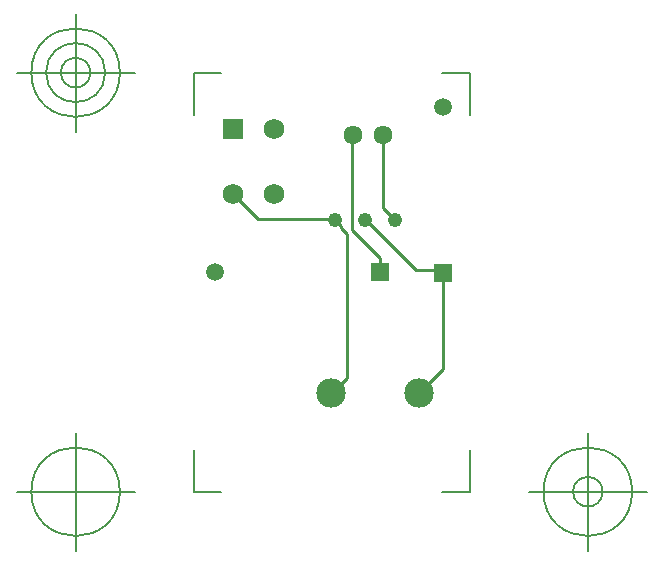
<source format=gbr>
G04 Generated by Ultiboard 14.2 *
%FSLAX34Y34*%
%MOMM*%

%ADD10C,0.0001*%
%ADD11C,0.2540*%
%ADD12C,0.1270*%
%ADD13C,1.0000*%
%ADD14C,1.6088*%
%ADD15C,2.4978*%
%ADD16C,1.2446*%
%ADD17C,1.5000*%
%ADD18R,1.5000X1.5000*%
%ADD19C,1.7526*%
%ADD20R,1.7526X1.7526*%


G04 ColorRGB 00FF00 for the following layer *
%LNCopper Top*%
%LPD*%
G54D10*
G54D11*
X208280Y751840D02*
X208280Y833120D01*
X205740Y835660D01*
X185420Y835660D01*
X142535Y878545D02*
X185420Y835660D01*
X208280Y751840D02*
X187960Y731520D01*
X30480Y900040D02*
X51680Y878840D01*
X116422Y878840D01*
X167640Y878005D02*
X157480Y888165D01*
X157480Y949960D01*
X116840Y878005D02*
X121920Y872925D01*
X121920Y871220D01*
X127000Y866140D01*
X127000Y744295D02*
X127000Y866140D01*
X127000Y744432D02*
X127000Y744295D01*
X114300Y731595D01*
X154940Y833720D02*
X154940Y845820D01*
X131747Y869013D02*
X154940Y845820D01*
X131747Y949627D02*
X131747Y869013D01*
G54D12*
X-2540Y647700D02*
X-2540Y683184D01*
X-2540Y647700D02*
X20828Y647700D01*
X231140Y647700D02*
X207772Y647700D01*
X231140Y647700D02*
X231140Y683184D01*
X231140Y1002540D02*
X231140Y967056D01*
X231140Y1002540D02*
X207772Y1002540D01*
X-2540Y1002540D02*
X20828Y1002540D01*
X-2540Y1002540D02*
X-2540Y967056D01*
X-52540Y647700D02*
X-152540Y647700D01*
X-102540Y597700D02*
X-102540Y697700D01*
X-140040Y647700D02*
G75*
D01*
G02X-140040Y647700I37500J0*
G01*
X281140Y647700D02*
X381140Y647700D01*
X331140Y597700D02*
X331140Y697700D01*
X293640Y647700D02*
G75*
D01*
G02X293640Y647700I37500J0*
G01*
X318640Y647700D02*
G75*
D01*
G02X318640Y647700I12500J0*
G01*
X-52540Y1002540D02*
X-152540Y1002540D01*
X-102540Y952540D02*
X-102540Y1052540D01*
X-140040Y1002540D02*
G75*
D01*
G02X-140040Y1002540I37500J0*
G01*
X-127540Y1002540D02*
G75*
D01*
G02X-127540Y1002540I25000J0*
G01*
X-115040Y1002540D02*
G75*
D01*
G02X-115040Y1002540I12500J0*
G01*
G54D13*
X30480Y901700D03*
G54D14*
X157480Y949960D03*
X132080Y949960D03*
G54D15*
X187960Y731520D03*
X113877Y731520D03*
G54D16*
X167640Y878005D03*
X142240Y878005D03*
X116840Y878005D03*
G54D17*
X208280Y973120D03*
X15240Y833420D03*
G54D18*
X208280Y833120D03*
X155240Y833420D03*
G54D19*
X65480Y900040D03*
X30480Y900040D03*
X65480Y955040D03*
G54D20*
X30480Y955040D03*

M02*

</source>
